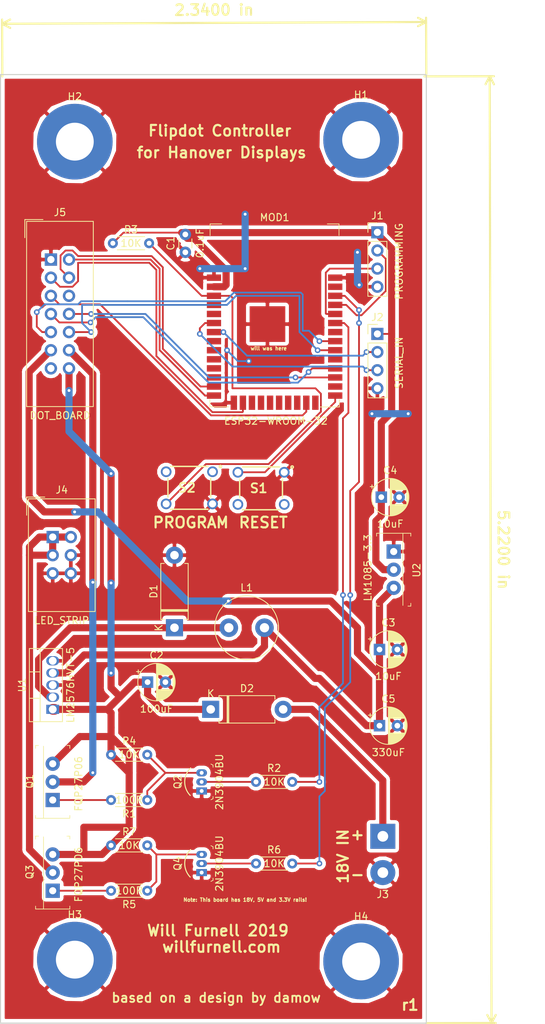
<source format=kicad_pcb>
(kicad_pcb (version 20171130) (host pcbnew "(5.0.1-3-g963ef8bb5)")
  (layers (0 F.Cu signal) (31 B.Cu signal) (34 B.Paste user) (35 F.Paste user) (36 B.SilkS user) (37 F.SilkS user) (38 B.Mask user) (39 F.Mask user) (44 Edge.Cuts user))
  (net 0 "")
  (net 1 GND)
  (net 2 +3V3)
  (net 3 +24V)
  (net 4 +5V)
  (net 5 "Net-(D1-Pad1)")
  (net 6 TX_PROG)
  (net 7 RX_PROG)
  (net 8 RX_INT)
  (net 9 TX_INT)
  (net 10 LED_OUT)
  (net 11 ENABLE_1)
  (net 12 ENABLE_2)
  (net 13 ENABLE_3)
  (net 14 ENABLE_4)
  (net 15 "Net-(J5-Pad6)")
  (net 16 COL_ADVANCE)
  (net 17 RESET)
  (net 18 SET_UNSET)
  (net 19 ROW_ADVANCE)
  (net 20 COIL_DRIVE_OUT)
  (net 21 "Net-(J5-Pad13)")
  (net 22 "Net-(MOD1-Pad17)")
  (net 23 "Net-(MOD1-Pad18)")
  (net 24 "Net-(MOD1-Pad19)")
  (net 25 "Net-(MOD1-Pad20)")
  (net 26 "Net-(MOD1-Pad21)")
  (net 27 "Net-(MOD1-Pad22)")
  (net 28 "Net-(MOD1-Pad24)")
  (net 29 "Net-(MOD1-Pad3)")
  (net 30 "Net-(MOD1-Pad4)")
  (net 31 "Net-(MOD1-Pad5)")
  (net 32 "Net-(MOD1-Pad8)")
  (net 33 "Net-(MOD1-Pad9)")
  (net 34 "Net-(MOD1-Pad10)")
  (net 35 "Net-(MOD1-Pad11)")
  (net 36 "Net-(MOD1-Pad12)")
  (net 37 "Net-(MOD1-Pad37)")
  (net 38 LED_IN)
  (net 39 COIL_DRIVE_IN)
  (net 40 "Net-(MOD1-Pad32)")
  (net 41 "Net-(MOD1-Pad29)")
  (net 42 "Net-(MOD1-Pad26)")
  (net 43 "Net-(MOD1-Pad25)")
  (net 44 "Net-(Q1-Pad1)")
  (net 45 "Net-(Q2-Pad2)")
  (net 46 "Net-(Q2-Pad3)")
  (net 47 "Net-(Q3-Pad1)")
  (net 48 "Net-(Q4-Pad3)")
  (net 49 "Net-(Q4-Pad2)")
  (net 50 "Net-(S1-Pad2)")
  (net 51 "Net-(S1-Pad4)")
  (net 52 "Net-(S2-Pad3)")
  (net 53 "Net-(S2-Pad1)")
  (net 54 "Net-(D2-Pad2)")
  (module Diode_THT:D_DO-15_P10.16mm_Horizontal (layer F.Cu) (at 118.67 133.35)
    (fp_text reference D2 (at 5.08 -2.92) (layer F.SilkS))
    (fp_text value D_Schottky)
    (fp_text user K (at 0 -2.2) (layer F.SilkS))
    (pad 1 thru_hole rect (at 0 0) (size 2.4 2.4) (drill 1.2) (layers *.Cu *.Mask) (net 3 +24V))
    (pad 2 thru_hole oval (at 10.16 0) (size 2.4 2.4) (drill 1.2) (layers *.Cu *.Mask) (net 54 "Net-(D2-Pad2)"))
  )
  (module MountingHole:MountingHole_5.3mm_M5_Pad (layer F.Cu) (at 139.752 53.594)
    (fp_text reference H1 (at 0 -6.3) (layer F.SilkS))
    (fp_text value MountingHole_Pad)
    (pad 1 thru_hole circle (at 0 0) (size 10.6 10.6) (drill 5.3) (layers *.Cu *.Mask) (net 1 GND))
  )
  (module MountingHole:MountingHole_5.3mm_M5_Pad (layer F.Cu) (at 99.62 53.848)
    (fp_text reference H2 (at 0 -6.3) (layer F.SilkS))
    (fp_text value MountingHole_Pad)
    (pad 1 thru_hole circle (at 0 0) (size 10.6 10.6) (drill 5.3) (layers *.Cu *.Mask) (net 1 GND))
  )
  (module MountingHole:MountingHole_5.3mm_M5_Pad (layer F.Cu) (at 139.752 168.656)
    (fp_text reference H4 (at 0 -6.3) (layer F.SilkS))
    (fp_text value MountingHole_Pad)
    (pad 1 thru_hole circle (at 0 0) (size 10.6 10.6) (drill 5.3) (layers *.Cu *.Mask) (net 1 GND))
  )
  (module MountingHole:MountingHole_5.3mm_M5_Pad (layer F.Cu) (at 99.62 168.402)
    (fp_text reference H3 (at 0 -6.3) (layer F.SilkS))
    (fp_text value MountingHole_Pad)
    (pad 1 thru_hole circle (at 0 0) (size 10.6 10.6) (drill 5.3) (layers *.Cu *.Mask) (net 1 GND))
  )
  (module Inductor_THT:L_Radial_D8.7mm_P5.00mm_Fastron_07HCP (layer F.Cu) (at 121.21 121.92)
    (fp_text reference L1 (at 2.5 -5.6) (layer F.SilkS))
    (fp_text value 220uH)
    (pad 1 thru_hole circle (at 0 0) (size 2.6 2.6) (drill 1.3) (layers *.Cu *.Mask) (net 5 "Net-(D1-Pad1)"))
    (pad 2 thru_hole circle (at 5 0) (size 2.6 2.6) (drill 1.3) (layers *.Cu *.Mask) (net 4 +5V))
  )
  (module Connector_IDC:IDC-Header_2x07_P2.54mm_Vertical (layer F.Cu) (at 96.266 70.358)
    (fp_text reference J5 (at 1.27 -6.604) (layer F.SilkS))
    (fp_text value DOT_BOARD (at 1.27 21.844) (layer F.SilkS))
    (pad 1 thru_hole rect (at 0 0) (size 1.7272 1.7272) (drill 1.016) (layers *.Cu *.Mask) (net 1 GND))
    (pad 2 thru_hole oval (at 2.54 0) (size 1.7272 1.7272) (drill 1.016) (layers *.Cu *.Mask) (net 11 ENABLE_1))
    (pad 3 thru_hole oval (at 0 2.54) (size 1.7272 1.7272) (drill 1.016) (layers *.Cu *.Mask) (net 12 ENABLE_2))
    (pad 4 thru_hole oval (at 2.54 2.54) (size 1.7272 1.7272) (drill 1.016) (layers *.Cu *.Mask) (net 13 ENABLE_3))
    (pad 5 thru_hole oval (at 0 5.08) (size 1.7272 1.7272) (drill 1.016) (layers *.Cu *.Mask) (net 14 ENABLE_4))
    (pad 6 thru_hole oval (at 2.54 5.08) (size 1.7272 1.7272) (drill 1.016) (layers *.Cu *.Mask) (net 15 "Net-(J5-Pad6)"))
    (pad 7 thru_hole oval (at 0 7.62) (size 1.7272 1.7272) (drill 1.016) (layers *.Cu *.Mask) (net 16 COL_ADVANCE))
    (pad 8 thru_hole oval (at 2.54 7.62) (size 1.7272 1.7272) (drill 1.016) (layers *.Cu *.Mask) (net 17 RESET))
    (pad 9 thru_hole oval (at 0 10.16) (size 1.7272 1.7272) (drill 1.016) (layers *.Cu *.Mask) (net 18 SET_UNSET))
    (pad 10 thru_hole oval (at 2.54 10.16) (size 1.7272 1.7272) (drill 1.016) (layers *.Cu *.Mask) (net 19 ROW_ADVANCE))
    (pad 11 thru_hole oval (at 0 12.7) (size 1.7272 1.7272) (drill 1.016) (layers *.Cu *.Mask) (net 4 +5V))
    (pad 12 thru_hole oval (at 2.54 12.7) (size 1.7272 1.7272) (drill 1.016) (layers *.Cu *.Mask) (net 20 COIL_DRIVE_OUT))
    (pad 13 thru_hole oval (at 0 15.24) (size 1.7272 1.7272) (drill 1.016) (layers *.Cu *.Mask) (net 21 "Net-(J5-Pad13)"))
    (pad 14 thru_hole oval (at 2.54 15.24) (size 1.7272 1.7272) (drill 1.016) (layers *.Cu *.Mask) (net 3 +24V))
  )
  (module Connector_PinHeader_2.54mm:PinHeader_1x04_P2.54mm_Vertical (layer F.Cu) (at 142.038 80.772)
    (fp_text reference J2 (at 0 -2.33) (layer F.SilkS))
    (fp_text value SERIAL_IN (at 3.048 4.064 90) (layer F.SilkS))
    (pad 4 thru_hole oval (at 0 7.62) (size 1.7 1.7) (drill 1) (layers *.Cu *.Mask) (net 1 GND))
    (pad 3 thru_hole oval (at 0 5.08) (size 1.7 1.7) (drill 1) (layers *.Cu *.Mask) (net 8 RX_INT))
    (pad 2 thru_hole oval (at 0 2.54) (size 1.7 1.7) (drill 1) (layers *.Cu *.Mask) (net 9 TX_INT))
    (pad 1 thru_hole rect (at 0 0) (size 1.7 1.7) (drill 1) (layers *.Cu *.Mask) (net 2 +3V3))
  )
  (module digikey-footprints:ESP32-WROOM-32D (layer F.Cu) (at 127.626 81.153)
    (fp_text reference MOD1 (at 0.01 -16.69) (layer F.SilkS))
    (fp_text value ESP32-WROOM-32 (at 0.188 11.811) (layer F.SilkS))
    (pad 1 smd rect (at -8.5 -8.255) (size 2 0.9) (layers F.Cu F.Paste F.Mask) (net 1 GND))
    (pad 15 smd rect (at -5.715 9.255 90) (size 2 0.9) (layers F.Cu F.Paste F.Mask) (net 1 GND))
    (pad 16 smd rect (at -4.445 9.255 90) (size 2 0.9) (layers F.Cu F.Paste F.Mask) (net 12 ENABLE_2))
    (pad 17 smd rect (at -3.175 9.255 90) (size 2 0.9) (layers F.Cu F.Paste F.Mask) (net 22 "Net-(MOD1-Pad17)"))
    (pad 18 smd rect (at -1.905 9.255 90) (size 2 0.9) (layers F.Cu F.Paste F.Mask) (net 23 "Net-(MOD1-Pad18)"))
    (pad 19 smd rect (at -0.635 9.255 90) (size 2 0.9) (layers F.Cu F.Paste F.Mask) (net 24 "Net-(MOD1-Pad19)"))
    (pad 20 smd rect (at 0.635 9.255 90) (size 2 0.9) (layers F.Cu F.Paste F.Mask) (net 25 "Net-(MOD1-Pad20)"))
    (pad 21 smd rect (at 1.905 9.255 90) (size 2 0.9) (layers F.Cu F.Paste F.Mask) (net 26 "Net-(MOD1-Pad21)"))
    (pad 22 smd rect (at 3.175 9.255 90) (size 2 0.9) (layers F.Cu F.Paste F.Mask) (net 27 "Net-(MOD1-Pad22)"))
    (pad 23 smd rect (at 4.445 9.255 90) (size 2 0.9) (layers F.Cu F.Paste F.Mask) (net 14 ENABLE_4))
    (pad 24 smd rect (at 5.715 9.255 90) (size 2 0.9) (layers F.Cu F.Paste F.Mask) (net 28 "Net-(MOD1-Pad24)"))
    (pad 2 smd rect (at -8.5 -6.985) (size 2 0.9) (layers F.Cu F.Paste F.Mask) (net 2 +3V3))
    (pad 3 smd rect (at -8.5 -5.715) (size 2 0.9) (layers F.Cu F.Paste F.Mask) (net 29 "Net-(MOD1-Pad3)"))
    (pad 4 smd rect (at -8.5 -4.445) (size 2 0.9) (layers F.Cu F.Paste F.Mask) (net 30 "Net-(MOD1-Pad4)"))
    (pad 5 smd rect (at -8.5 -3.175) (size 2 0.9) (layers F.Cu F.Paste F.Mask) (net 31 "Net-(MOD1-Pad5)"))
    (pad 6 smd rect (at -8.5 -1.905) (size 2 0.9) (layers F.Cu F.Paste F.Mask) (net 8 RX_INT))
    (pad 7 smd rect (at -8.5 -0.635) (size 2 0.9) (layers F.Cu F.Paste F.Mask) (net 9 TX_INT))
    (pad 8 smd rect (at -8.5 0.635) (size 2 0.9) (layers F.Cu F.Paste F.Mask) (net 32 "Net-(MOD1-Pad8)"))
    (pad 9 smd rect (at -8.5 1.905) (size 2 0.9) (layers F.Cu F.Paste F.Mask) (net 33 "Net-(MOD1-Pad9)"))
    (pad 10 smd rect (at -8.5 3.175) (size 2 0.9) (layers F.Cu F.Paste F.Mask) (net 34 "Net-(MOD1-Pad10)"))
    (pad 11 smd rect (at -8.5 4.445) (size 2 0.9) (layers F.Cu F.Paste F.Mask) (net 35 "Net-(MOD1-Pad11)"))
    (pad 12 smd rect (at -8.5 5.715) (size 2 0.9) (layers F.Cu F.Paste F.Mask) (net 36 "Net-(MOD1-Pad12)"))
    (pad 13 smd rect (at -8.5 6.985) (size 2 0.9) (layers F.Cu F.Paste F.Mask) (net 13 ENABLE_3))
    (pad 14 smd rect (at -8.5 8.255) (size 2 0.9) (layers F.Cu F.Paste F.Mask) (net 11 ENABLE_1))
    (pad 38 smd rect (at 8.5 -8.255) (size 2 0.9) (layers F.Cu F.Paste F.Mask) (net 1 GND))
    (pad 37 smd rect (at 8.5 -6.985) (size 2 0.9) (layers F.Cu F.Paste F.Mask) (net 37 "Net-(MOD1-Pad37)"))
    (pad 36 smd rect (at 8.5 -5.715) (size 2 0.9) (layers F.Cu F.Paste F.Mask) (net 38 LED_IN))
    (pad 35 smd rect (at 8.5 -4.445) (size 2 0.9) (layers F.Cu F.Paste F.Mask) (net 6 TX_PROG))
    (pad 34 smd rect (at 8.5 -3.175) (size 2 0.9) (layers F.Cu F.Paste F.Mask) (net 7 RX_PROG))
    (pad 33 smd rect (at 8.5 -1.905) (size 2 0.9) (layers F.Cu F.Paste F.Mask) (net 39 COIL_DRIVE_IN))
    (pad 32 smd rect (at 8.5 -0.635) (size 2 0.9) (layers F.Cu F.Paste F.Mask) (net 40 "Net-(MOD1-Pad32)"))
    (pad 31 smd rect (at 8.5 0.635) (size 2 0.9) (layers F.Cu F.Paste F.Mask) (net 18 SET_UNSET))
    (pad 30 smd rect (at 8.5 1.905) (size 2 0.9) (layers F.Cu F.Paste F.Mask) (net 19 ROW_ADVANCE))
    (pad 29 smd rect (at 8.5 3.175) (size 2 0.9) (layers F.Cu F.Paste F.Mask) (net 41 "Net-(MOD1-Pad29)"))
    (pad 28 smd rect (at 8.5 4.445) (size 2 0.9) (layers F.Cu F.Paste F.Mask) (net 16 COL_ADVANCE))
    (pad 27 smd rect (at 8.5 5.715) (size 2 0.9) (layers F.Cu F.Paste F.Mask) (net 17 RESET))
    (pad 26 smd rect (at 8.5 6.985) (size 2 0.9) (layers F.Cu F.Paste F.Mask) (net 42 "Net-(MOD1-Pad26)"))
    (pad 25 smd rect (at 8.5 8.255) (size 2 0.9) (layers F.Cu F.Paste F.Mask) (net 43 "Net-(MOD1-Pad25)"))
    (pad 39 smd rect (at -1 -1.755) (size 5 5) (layers F.Cu F.Paste F.Mask) (net 1 GND))
  )
  (module Capacitor_THT:CP_Radial_D5.0mm_P2.50mm (layer F.Cu) (at 142.332 135.636)
    (fp_text reference C5 (at 1.25 -3.75) (layer F.SilkS))
    (fp_text value 330uF (at 1.25 3.75) (layer F.SilkS))
    (pad 2 thru_hole circle (at 2.5 0) (size 1.6 1.6) (drill 0.8) (layers *.Cu *.Mask) (net 1 GND))
    (pad 1 thru_hole rect (at 0 0) (size 1.6 1.6) (drill 0.8) (layers *.Cu *.Mask) (net 4 +5V))
  )
  (module Capacitor_THT:CP_Radial_D5.0mm_P2.50mm (layer F.Cu) (at 142.586 103.632)
    (fp_text reference C4 (at 1.25 -3.75) (layer F.SilkS))
    (fp_text value 10uF (at 1.25 3.75) (layer F.SilkS))
    (pad 1 thru_hole rect (at 0 0) (size 1.6 1.6) (drill 0.8) (layers *.Cu *.Mask) (net 2 +3V3))
    (pad 2 thru_hole circle (at 2.5 0) (size 1.6 1.6) (drill 0.8) (layers *.Cu *.Mask) (net 1 GND))
  )
  (module Capacitor_THT:CP_Radial_D5.0mm_P2.50mm (layer F.Cu) (at 142.332 124.968)
    (fp_text reference C3 (at 1.25 -3.75) (layer F.SilkS))
    (fp_text value 10uF (at 1.25 3.75) (layer F.SilkS))
    (pad 2 thru_hole circle (at 2.5 0) (size 1.6 1.6) (drill 0.8) (layers *.Cu *.Mask) (net 1 GND))
    (pad 1 thru_hole rect (at 0 0) (size 1.6 1.6) (drill 0.8) (layers *.Cu *.Mask) (net 4 +5V))
  )
  (module Capacitor_THT:CP_Radial_D5.0mm_P2.50mm (layer F.Cu) (at 109.82 129.54)
    (fp_text reference C2 (at 1.25 -3.75) (layer F.SilkS))
    (fp_text value 100uF (at 1.25 3.75) (layer F.SilkS))
    (pad 1 thru_hole rect (at 0 0) (size 1.6 1.6) (drill 0.8) (layers *.Cu *.Mask) (net 3 +24V))
    (pad 2 thru_hole circle (at 2.5 0) (size 1.6 1.6) (drill 0.8) (layers *.Cu *.Mask) (net 1 GND))
  )
  (module Capacitor_THT:C_Disc_D3.0mm_W1.6mm_P2.50mm (layer F.Cu) (at 115.114 69.342 90)
    (fp_text reference C1 (at 1.25 -2.05 90) (layer F.SilkS))
    (fp_text value 0.1uF (at 1.25 2.05 90) (layer F.SilkS))
    (pad 1 thru_hole circle (at 0 0 90) (size 1.6 1.6) (drill 0.8) (layers *.Cu *.Mask) (net 1 GND))
    (pad 2 thru_hole circle (at 2.5 0 90) (size 1.6 1.6) (drill 0.8) (layers *.Cu *.Mask) (net 2 +3V3))
  )
  (module Diode_THT:D_DO-15_P10.16mm_Horizontal (layer F.Cu) (at 113.59 121.92 90)
    (fp_text reference D1 (at 5.08 -2.92 90) (layer F.SilkS))
    (fp_text value D_Schottky)
    (fp_text user K (at 0 -2.2 90) (layer F.SilkS))
    (pad 1 thru_hole rect (at 0 0 90) (size 2.4 2.4) (drill 1.2) (layers *.Cu *.Mask) (net 5 "Net-(D1-Pad1)"))
    (pad 2 thru_hole oval (at 10.16 0 90) (size 2.4 2.4) (drill 1.2) (layers *.Cu *.Mask) (net 1 GND))
  )
  (module Connector_PinHeader_2.54mm:PinHeader_1x04_P2.54mm_Vertical (layer F.Cu) (at 142.038 66.548)
    (fp_text reference J1 (at 0 -2.33) (layer F.SilkS))
    (fp_text value PROGRAMMING (at 3.048 4.064 90) (layer F.SilkS))
    (pad 1 thru_hole rect (at 0 0) (size 1.7 1.7) (drill 1) (layers *.Cu *.Mask) (net 2 +3V3))
    (pad 2 thru_hole oval (at 0 2.54) (size 1.7 1.7) (drill 1) (layers *.Cu *.Mask) (net 6 TX_PROG))
    (pad 3 thru_hole oval (at 0 5.08) (size 1.7 1.7) (drill 1) (layers *.Cu *.Mask) (net 7 RX_PROG))
    (pad 4 thru_hole oval (at 0 7.62) (size 1.7 1.7) (drill 1) (layers *.Cu *.Mask) (net 1 GND))
  )
  (module Connector_Wire:SolderWirePad_1x02_P5.08mm_Drill1.5mm (layer F.Cu) (at 142.8 151.13 270)
    (fp_text reference J3 (at 8.128 0) (layer F.SilkS))
    (fp_text value 18V_POWER_IN)
    (pad 1 thru_hole rect (at 0 0 270) (size 3.50012 3.50012) (drill 1.50114) (layers *.Cu *.Mask) (net 54 "Net-(D2-Pad2)"))
    (pad 2 thru_hole circle (at 5.08 0 270) (size 3.50012 3.50012) (drill 1.50114) (layers *.Cu *.Mask) (net 1 GND))
  )
  (module Connector_IDC:IDC-Header_2x03_P2.54mm_Vertical (layer F.Cu) (at 96.52 109.22)
    (fp_text reference J4 (at 1.27 -6.604) (layer F.SilkS))
    (fp_text value LED_STRIP (at 1.27 11.684) (layer F.SilkS))
    (pad 1 thru_hole rect (at 0 0) (size 1.7272 1.7272) (drill 1.016) (layers *.Cu *.Mask) (net 10 LED_OUT))
    (pad 2 thru_hole oval (at 2.54 0) (size 1.7272 1.7272) (drill 1.016) (layers *.Cu *.Mask) (net 10 LED_OUT))
    (pad 3 thru_hole oval (at 0 2.54) (size 1.7272 1.7272) (drill 1.016) (layers *.Cu *.Mask) (net 10 LED_OUT))
    (pad 4 thru_hole oval (at 2.54 2.54) (size 1.7272 1.7272) (drill 1.016) (layers *.Cu *.Mask) (net 1 GND))
    (pad 5 thru_hole oval (at 0 5.08) (size 1.7272 1.7272) (drill 1.016) (layers *.Cu *.Mask) (net 1 GND))
    (pad 6 thru_hole oval (at 2.54 5.08) (size 1.7272 1.7272) (drill 1.016) (layers *.Cu *.Mask) (net 1 GND))
  )
  (module digikey-footprints:TO-220-3 (layer F.Cu) (at 96.52 146.05 90)
    (fp_text reference Q1 (at 2.62 -3.22 90) (layer F.SilkS))
    (fp_text value FQP27P06 (at 2.27 3.63 90) (layer F.SilkS))
    (pad 3 thru_hole circle (at 5.08 0 90) (size 2 2) (drill 1) (layers *.Cu *.Mask) (net 3 +24V))
    (pad 2 thru_hole circle (at 2.54 0 90) (size 2 2) (drill 1) (layers *.Cu *.Mask) (net 20 COIL_DRIVE_OUT))
    (pad 1 thru_hole rect (at 0 0 90) (size 2 2) (drill 1) (layers *.Cu *.Mask) (net 44 "Net-(Q1-Pad1)"))
  )
  (module digikey-footprints:TO-92-3 (layer F.Cu) (at 117.4 144.78 90)
    (fp_text reference Q2 (at 1.27 -3.35 90) (layer F.SilkS))
    (fp_text value 2N3904BU (at 1.27 2.5 90) (layer F.SilkS))
    (pad 2 thru_hole oval (at 1.27 0 270) (size 1 1.5) (drill 0.55) (layers *.Cu *.Mask) (net 45 "Net-(Q2-Pad2)"))
    (pad 3 thru_hole oval (at 2.54 0 270) (size 1 1.5) (drill 0.55) (layers *.Cu *.Mask) (net 46 "Net-(Q2-Pad3)"))
    (pad 1 thru_hole rect (at 0 0 270) (size 1 1.5) (drill 0.55) (layers *.Cu *.Mask) (net 1 GND))
  )
  (module digikey-footprints:TO-220-3 (layer F.Cu) (at 96.52 158.75 90)
    (fp_text reference Q3 (at 2.62 -3.22 90) (layer F.SilkS))
    (fp_text value FQP27P06 (at 2.27 3.63 90) (layer F.SilkS))
    (pad 1 thru_hole rect (at 0 0 90) (size 2 2) (drill 1) (layers *.Cu *.Mask) (net 47 "Net-(Q3-Pad1)"))
    (pad 2 thru_hole circle (at 2.54 0 90) (size 2 2) (drill 1) (layers *.Cu *.Mask) (net 10 LED_OUT))
    (pad 3 thru_hole circle (at 5.08 0 90) (size 2 2) (drill 1) (layers *.Cu *.Mask) (net 3 +24V))
  )
  (module digikey-footprints:TO-92-3 (layer F.Cu) (at 117.4 156.21 90)
    (fp_text reference Q4 (at 1.27 -3.35 90) (layer F.SilkS))
    (fp_text value 2N3904BU (at 1.27 2.5 90) (layer F.SilkS))
    (pad 1 thru_hole rect (at 0 0 270) (size 1 1.5) (drill 0.55) (layers *.Cu *.Mask) (net 1 GND))
    (pad 3 thru_hole oval (at 2.54 0 270) (size 1 1.5) (drill 0.55) (layers *.Cu *.Mask) (net 48 "Net-(Q4-Pad3)"))
    (pad 2 thru_hole oval (at 1.27 0 270) (size 1 1.5) (drill 0.55) (layers *.Cu *.Mask) (net 49 "Net-(Q4-Pad2)"))
  )
  (module Resistor_THT:R_Axial_DIN0204_L3.6mm_D1.6mm_P5.08mm_Horizontal (layer F.Cu) (at 109.78 146.05 180)
    (fp_text reference R1 (at 2.54 -1.92 180) (layer F.SilkS))
    (fp_text value 100R (at 2.54 0 180) (layer F.SilkS))
    (pad 1 thru_hole circle (at 0 0 180) (size 1.4 1.4) (drill 0.7) (layers *.Cu *.Mask) (net 46 "Net-(Q2-Pad3)"))
    (pad 2 thru_hole oval (at 5.08 0 180) (size 1.4 1.4) (drill 0.7) (layers *.Cu *.Mask) (net 44 "Net-(Q1-Pad1)"))
  )
  (module Resistor_THT:R_Axial_DIN0204_L3.6mm_D1.6mm_P5.08mm_Horizontal (layer F.Cu) (at 125.02 143.51)
    (fp_text reference R2 (at 2.54 -1.92) (layer F.SilkS))
    (fp_text value 10K (at 2.54 0) (layer F.SilkS))
    (pad 2 thru_hole oval (at 5.08 0) (size 1.4 1.4) (drill 0.7) (layers *.Cu *.Mask) (net 39 COIL_DRIVE_IN))
    (pad 1 thru_hole circle (at 0 0) (size 1.4 1.4) (drill 0.7) (layers *.Cu *.Mask) (net 45 "Net-(Q2-Pad2)"))
  )
  (module Resistor_THT:R_Axial_DIN0204_L3.6mm_D1.6mm_P5.08mm_Horizontal (layer F.Cu) (at 104.954 68.072)
    (fp_text reference R3 (at 2.54 -1.92) (layer F.SilkS))
    (fp_text value 10K (at 2.54 0) (layer F.SilkS))
    (pad 1 thru_hole circle (at 0 0) (size 1.4 1.4) (drill 0.7) (layers *.Cu *.Mask) (net 2 +3V3))
    (pad 2 thru_hole oval (at 5.08 0) (size 1.4 1.4) (drill 0.7) (layers *.Cu *.Mask) (net 29 "Net-(MOD1-Pad3)"))
  )
  (module Resistor_THT:R_Axial_DIN0204_L3.6mm_D1.6mm_P5.08mm_Horizontal (layer F.Cu) (at 104.7 139.7)
    (fp_text reference R4 (at 2.54 -1.92) (layer F.SilkS))
    (fp_text value 10K (at 2.54 0) (layer F.SilkS))
    (pad 2 thru_hole oval (at 5.08 0) (size 1.4 1.4) (drill 0.7) (layers *.Cu *.Mask) (net 46 "Net-(Q2-Pad3)"))
    (pad 1 thru_hole circle (at 0 0) (size 1.4 1.4) (drill 0.7) (layers *.Cu *.Mask) (net 3 +24V))
  )
  (module Resistor_THT:R_Axial_DIN0204_L3.6mm_D1.6mm_P5.08mm_Horizontal (layer F.Cu) (at 109.78 158.75 180)
    (fp_text reference R5 (at 2.54 -1.92 180) (layer F.SilkS))
    (fp_text value 100R (at 2.54 0 180) (layer F.SilkS))
    (pad 2 thru_hole oval (at 5.08 0 180) (size 1.4 1.4) (drill 0.7) (layers *.Cu *.Mask) (net 47 "Net-(Q3-Pad1)"))
    (pad 1 thru_hole circle (at 0 0 180) (size 1.4 1.4) (drill 0.7) (layers *.Cu *.Mask) (net 48 "Net-(Q4-Pad3)"))
  )
  (module Resistor_THT:R_Axial_DIN0204_L3.6mm_D1.6mm_P5.08mm_Horizontal (layer F.Cu) (at 125.02 154.94)
    (fp_text reference R6 (at 2.54 -1.92) (layer F.SilkS))
    (fp_text value 10K (at 2.54 0) (layer F.SilkS))
    (pad 1 thru_hole circle (at 0 0) (size 1.4 1.4) (drill 0.7) (layers *.Cu *.Mask) (net 49 "Net-(Q4-Pad2)"))
    (pad 2 thru_hole oval (at 5.08 0) (size 1.4 1.4) (drill 0.7) (layers *.Cu *.Mask) (net 38 LED_IN))
  )
  (module Resistor_THT:R_Axial_DIN0204_L3.6mm_D1.6mm_P5.08mm_Horizontal (layer F.Cu) (at 104.7 152.4)
    (fp_text reference R7 (at 2.54 -1.92) (layer F.SilkS))
    (fp_text value 10K (at 2.54 0) (layer F.SilkS))
    (pad 1 thru_hole circle (at 0 0) (size 1.4 1.4) (drill 0.7) (layers *.Cu *.Mask) (net 3 +24V))
    (pad 2 thru_hole oval (at 5.08 0) (size 1.4 1.4) (drill 0.7) (layers *.Cu *.Mask) (net 48 "Net-(Q4-Pad3)"))
  )
  (module pushbutton:1825910-6 (layer F.Cu) (at 125.73 102.398)
    (fp_text reference S1 (at -0.33343 -0.01038) (layer F.SilkS) (effects (font (size 1.27 1.27) (thickness 0.254))))
    (fp_text value PROGRAM hide)
    (pad 1 thru_hole circle (at 3.25 -2.25) (size 1.5 1.5) (drill 1) (layers *.Cu *.Mask) (net 1 GND))
    (pad 2 thru_hole circle (at 3.25 2.25) (size 1.5 1.5) (drill 1) (layers *.Cu *.Mask) (net 50 "Net-(S1-Pad2)"))
    (pad 3 thru_hole circle (at -3.25 -2.25) (size 1.5 1.5) (drill 1) (layers *.Cu *.Mask) (net 43 "Net-(MOD1-Pad25)"))
    (pad 4 thru_hole circle (at -3.25 2.25) (size 1.5 1.5) (drill 1) (layers *.Cu *.Mask) (net 51 "Net-(S1-Pad4)"))
  )
  (module pushbutton:1825910-6 (layer F.Cu) (at 115.674 102.326)
    (fp_text reference S2 (at -0.33343 -0.01038) (layer F.SilkS) (effects (font (size 1.27 1.27) (thickness 0.254))))
    (fp_text value RESET hide)
    (pad 4 thru_hole circle (at -3.25 2.25) (size 1.5 1.5) (drill 1) (layers *.Cu *.Mask) (net 29 "Net-(MOD1-Pad3)"))
    (pad 3 thru_hole circle (at -3.25 -2.25) (size 1.5 1.5) (drill 1) (layers *.Cu *.Mask) (net 52 "Net-(S2-Pad3)"))
    (pad 2 thru_hole circle (at 3.25 2.25) (size 1.5 1.5) (drill 1) (layers *.Cu *.Mask) (net 1 GND))
    (pad 1 thru_hole circle (at 3.25 -2.25) (size 1.5 1.5) (drill 1) (layers *.Cu *.Mask) (net 53 "Net-(S2-Pad1)"))
  )
  (module Package_TO_SOT_THT:TO-220-5_Vertical (layer F.Cu) (at 96.52 133.35 90)
    (fp_text reference U1 (at 3.4 -4.27 90) (layer F.SilkS))
    (fp_text value LM2576HVT-5 (at 3.4 2.5 90) (layer F.SilkS))
    (pad 1 thru_hole rect (at 0 0 90) (size 1.275 1.8) (drill 1.1) (layers *.Cu *.Mask) (net 3 +24V))
    (pad 2 thru_hole oval (at 1.7 0 90) (size 1.275 1.8) (drill 1.1) (layers *.Cu *.Mask) (net 5 "Net-(D1-Pad1)"))
    (pad 3 thru_hole oval (at 3.4 0 90) (size 1.275 1.8) (drill 1.1) (layers *.Cu *.Mask) (net 1 GND))
    (pad 4 thru_hole oval (at 5.1 0 90) (size 1.275 1.8) (drill 1.1) (layers *.Cu *.Mask) (net 4 +5V))
    (pad 5 thru_hole oval (at 6.8 0 90) (size 1.275 1.8) (drill 1.1) (layers *.Cu *.Mask) (net 1 GND))
  )
  (module digikey-footprints:TO-220-3 (layer F.Cu) (at 144.324 111.252 270)
    (fp_text reference U2 (at 2.62 -3.22 270) (layer F.SilkS))
    (fp_text value LM1085-3.3 (at 2.27 3.63 270) (layer F.SilkS))
    (pad 1 thru_hole rect (at 0 0 270) (size 2 2) (drill 1) (layers *.Cu *.Mask) (net 1 GND))
    (pad 2 thru_hole circle (at 2.54 0 270) (size 2 2) (drill 1) (layers *.Cu *.Mask) (net 2 +3V3))
    (pad 3 thru_hole circle (at 5.08 0 270) (size 2 2) (drill 1) (layers *.Cu *.Mask) (net 4 +5V))
  )
  (dimension 132.588243 (width 0.3) (layer F.SilkS) (gr_text "132.588 mm" (at 160.012962 110.97646 270.1097619) (layer F.SilkS) (effects (font (size 1.5 1.5) (thickness 0.3)))) (feature1 (pts (xy 148.896 177.292) (xy 158.626386 177.273359))) (feature2 (pts (xy 148.642 44.704) (xy 158.372386 44.685359))) (crossbar (pts (xy 157.785966 44.686483) (xy 158.039966 177.274483))) (arrow1a (pts (xy 158.039966 177.274483) (xy 157.451388 176.149105))) (arrow1b (pts (xy 158.039966 177.274483) (xy 158.624228 176.146858))) (arrow2a (pts (xy 157.785966 44.686483) (xy 157.201704 45.814108))) (arrow2b (pts (xy 157.785966 44.686483) (xy 158.374544 45.811861))))
  (dimension 59.436543 (width 0.3) (layer F.SilkS) (gr_text "59.437 mm" (at 119.137557 35.113325 0.244852268) (layer F.SilkS) (effects (font (size 1.5 1.5) (thickness 0.3)))) (feature1 (pts (xy 148.896 44.45) (xy 148.862025 36.499891))) (feature2 (pts (xy 89.46 44.704) (xy 89.426025 36.753891))) (crossbar (pts (xy 89.428531 37.340306) (xy 148.864531 37.086306))) (arrow1a (pts (xy 148.864531 37.086306) (xy 147.740544 37.677535))) (arrow1b (pts (xy 148.864531 37.086306) (xy 147.735531 36.504705))) (arrow2a (pts (xy 89.428531 37.340306) (xy 90.557531 37.921907))) (arrow2b (pts (xy 89.428531 37.340306) (xy 90.552518 36.749077))))
  (gr_text "willfurnell.com\n" (at 120.194 166.624) (layer F.SilkS) (effects (font (size 1.5 1.5) (thickness 0.3))))
  (gr_text "will was here" (at 126.798 82.804) (layer F.SilkS) (effects (font (size 0.5 0.5) (thickness 0.125))))
  (gr_text "based on a design by damow" (at 119.432 173.736) (layer F.SilkS) (effects (font (size 1.3 1.3) (thickness 0.25))))
  (gr_text "for Hanover Displays" (at 120.194 55.372) (layer F.SilkS) (effects (font (size 1.5 1.5) (thickness 0.3))))
  (gr_text r1 (at 146.61 174.752) (layer F.SilkS) (effects (font (size 1.5 1.5) (thickness 0.3))))
  (gr_text "Will Furnell 2019" (at 119.686 164.338) (layer F.SilkS) (effects (font (size 1.5 1.5) (thickness 0.3))))
  (gr_text "Flipdot Controller" (at 119.94 52.324) (layer F.SilkS) (effects (font (size 1.5 1.5) (thickness 0.3))))
  (gr_text "RESET\n" (at 126.036 107.188) (layer F.SilkS) (effects (font (size 1.5 1.5) (thickness 0.3))))
  (gr_text "PROGRAM\n" (at 115.876 107.188) (layer F.SilkS) (effects (font (size 1.5 1.5) (thickness 0.3))))
  (gr_line (start 89.206 177.292) (end 89.206 44.45) (layer Edge.Cuts) (width 0.15))
  (gr_line (start 148.896 177.292) (end 89.206 177.292) (layer Edge.Cuts) (width 0.15))
  (gr_line (start 148.896 44.45) (end 148.896 177.292) (layer Edge.Cuts) (width 0.15))
  (gr_line (start 89.206 44.45) (end 148.896 44.45) (layer Edge.Cuts) (width 0.15))
  (gr_text "Note: This board has 18V, 5V and 3.3V rails!" (at 123.496 160.02) (layer F.SilkS) (effects (font (size 0.5 0.5) (thickness 0.125))))
  (gr_text "18V IN" (at 137.212 153.924 90) (layer F.SilkS) (effects (font (size 1.5 1.5) (thickness 0.3))))
  (gr_text - (at 139.244 156.464) (layer F.SilkS) (effects (font (size 1.5 1.5) (thickness 0.3))))
  (gr_text "+\n" (at 139.244 150.876) (layer F.SilkS) (effects (font (size 1.5 1.5) (thickness 0.3))))
  (via (at 120.956 83.058) (size 0.8) (drill 0.4) (layers F.Cu B.Cu) (net 1))
  (via (at 117.146 71.628) (size 0.8) (drill 0.4) (layers F.Cu B.Cu) (net 1))
  (via (at 123.496 71.628) (size 0.8) (drill 0.4) (layers F.Cu B.Cu) (net 1))
  (via (at 123.496 64.008) (size 0.8) (drill 0.4) (layers F.Cu B.Cu) (net 1))
  (via (at 141.276 91.948) (size 0.8) (drill 0.4) (layers F.Cu B.Cu) (net 1))
  (via (at 146.356 91.948) (size 0.8) (drill 0.4) (layers F.Cu B.Cu) (net 1))
  (segment (start 141.276 91.948) (end 146.356 91.948) (width 1) (layer B.Cu) (net 1))
  (segment (start 117.146 71.628) (end 123.496 71.628) (width 1) (layer B.Cu) (net 1))
  (segment (start 123.496 71.628) (end 123.496 64.008) (width 1) (layer B.Cu) (net 1))
  (via (at 124.004 84.582) (size 0.8) (drill 0.4) (layers F.Cu B.Cu) (net 1))
  (segment (start 122.48 84.582) (end 124.004 84.582) (width 0.25) (layer B.Cu) (net 1))
  (segment (start 120.956 83.058) (end 122.48 84.582) (width 0.25) (layer B.Cu) (net 1))
  (via (at 139.498 73.914) (size 0.8) (drill 0.4) (layers F.Cu B.Cu) (net 1))
  (via (at 139.244 69.342) (size 0.8) (drill 0.4) (layers F.Cu B.Cu) (net 1))
  (segment (start 139.244 73.66) (end 139.498 73.914) (width 1) (layer B.Cu) (net 1))
  (segment (start 139.244 69.342) (end 139.244 73.66) (width 1) (layer B.Cu) (net 1))
  (segment (start 120.566002 74.168) (end 119.126 74.168) (width 1) (layer F.Cu) (net 2))
  (segment (start 120.826001 73.908001) (end 120.566002 74.168) (width 1) (layer F.Cu) (net 2))
  (segment (start 120.826001 71.887999) (end 120.826001 73.908001) (width 1) (layer F.Cu) (net 2))
  (segment (start 116.326001 67.387999) (end 120.826001 71.887999) (width 1) (layer F.Cu) (net 2))
  (segment (start 115.405999 67.387999) (end 116.326001 67.387999) (width 1) (layer F.Cu) (net 2))
  (segment (start 114.606 66.588) (end 115.405999 67.387999) (width 1) (layer F.Cu) (net 2))
  (segment (start 118.934001 74.359999) (end 119.126 74.168) (width 0.25) (layer F.Cu) (net 2))
  (segment (start 106.438 66.588) (end 114.606 66.588) (width 0.25) (layer F.Cu) (net 2))
  (segment (start 104.954 68.072) (end 106.438 66.588) (width 0.25) (layer F.Cu) (net 2))
  (segment (start 142.909787 113.792) (end 141.824 112.706213) (width 1) (layer F.Cu) (net 2))
  (segment (start 144.324 113.792) (end 142.909787 113.792) (width 1) (layer F.Cu) (net 2))
  (segment (start 115.73737 66.588) (end 114.606 66.588) (width 1) (layer F.Cu) (net 2))
  (segment (start 141.832002 66.588) (end 115.73737 66.588) (width 1) (layer F.Cu) (net 2))
  (segment (start 144.03801 68.794008) (end 141.832002 66.588) (width 1) (layer F.Cu) (net 2))
  (segment (start 142.038 80.772) (end 144.03801 80.772) (width 0.25) (layer F.Cu) (net 2))
  (segment (start 144.03801 80.772) (end 144.03801 68.794008) (width 1) (layer F.Cu) (net 2))
  (segment (start 141.824 112.706213) (end 141.824 106.974) (width 1) (layer F.Cu) (net 2))
  (segment (start 142.586 106.212) (end 142.586 103.632) (width 1) (layer F.Cu) (net 2))
  (segment (start 141.824 106.974) (end 142.586 106.212) (width 1) (layer F.Cu) (net 2))
  (segment (start 142.586 93.196) (end 144.03801 91.74399) (width 1) (layer F.Cu) (net 2))
  (segment (start 144.03801 91.74399) (end 144.03801 80.772) (width 1) (layer F.Cu) (net 2))
  (segment (start 142.586 103.632) (end 142.586 93.196) (width 1) (layer F.Cu) (net 2))
  (segment (start 96.52 133.35) (end 96.7825 133.35) (width 1.5) (layer F.Cu) (net 3))
  (segment (start 104.21 133.35) (end 98.42 133.35) (width 1) (layer F.Cu) (net 3))
  (segment (start 98.42 133.35) (end 96.52 133.35) (width 1) (layer F.Cu) (net 3))
  (segment (start 109.82 129.54) (end 108.02 129.54) (width 1) (layer F.Cu) (net 3))
  (segment (start 104.21 133.35) (end 104.7 133.84) (width 1) (layer F.Cu) (net 3))
  (segment (start 103.43 153.67) (end 104.7 152.4) (width 1) (layer F.Cu) (net 3))
  (segment (start 96.52 153.67) (end 100.89 153.67) (width 1) (layer F.Cu) (net 3))
  (segment (start 100.89 153.67) (end 101.020001 153.67) (width 1) (layer F.Cu) (net 3))
  (segment (start 100.89 153.67) (end 103.43 153.67) (width 1) (layer F.Cu) (net 3))
  (segment (start 104.7 152.4) (end 107.24 149.86) (width 1) (layer F.Cu) (net 3))
  (segment (start 107.24 142.24) (end 104.7 139.7) (width 1) (layer F.Cu) (net 3))
  (segment (start 107.24 149.86) (end 107.24 142.24) (width 1) (layer F.Cu) (net 3))
  (segment (start 100.89 153.67) (end 100.89 149.86) (width 1) (layer F.Cu) (net 3))
  (segment (start 100.89 149.86) (end 107.24 149.86) (width 1) (layer F.Cu) (net 3))
  (segment (start 104.7 137.16) (end 100.33 137.16) (width 1) (layer F.Cu) (net 3))
  (segment (start 100.33 137.16) (end 96.52 140.97) (width 1) (layer F.Cu) (net 3))
  (segment (start 104.7 137.16) (end 104.7 139.7) (width 1) (layer F.Cu) (net 3))
  (segment (start 104.7 135.89) (end 104.7 137.16) (width 1) (layer F.Cu) (net 3))
  (segment (start 104.7 133.84) (end 104.7 135.89) (width 1) (layer F.Cu) (net 3))
  (segment (start 98.806 85.598) (end 98.806 88.698) (width 1) (layer F.Cu) (net 3))
  (segment (start 98.806 88.698) (end 98.806 88.698) (width 1) (layer F.Cu) (net 3))
  (via (at 98.806 88.698) (size 0.8) (drill 0.4) (layers F.Cu B.Cu) (net 3))
  (segment (start 104.7 128.27) (end 104.7 128.27) (width 1) (layer B.Cu) (net 3))
  (via (at 104.7 128.27) (size 0.8) (drill 0.4) (layers F.Cu B.Cu) (net 3))
  (segment (start 104.7 130.32) (end 105.97 131.59) (width 1) (layer F.Cu) (net 3))
  (segment (start 104.7 128.27) (end 104.7 130.32) (width 1) (layer F.Cu) (net 3))
  (segment (start 105.97 131.59) (end 104.21 133.35) (width 1) (layer F.Cu) (net 3))
  (segment (start 108.02 129.54) (end 105.97 131.59) (width 1) (layer F.Cu) (net 3))
  (segment (start 107.24 139.7) (end 104.7 137.16) (width 1) (layer F.Cu) (net 3))
  (segment (start 107.24 142.24) (end 107.24 139.7) (width 1) (layer F.Cu) (net 3))
  (via (at 104.7 100.33) (size 0.8) (drill 0.4) (layers F.Cu B.Cu) (net 3))
  (segment (start 104.7 115.65) (end 104.7 128.27) (width 1) (layer B.Cu) (net 3))
  (via (at 104.7 115.65) (size 0.8) (drill 0.4) (layers F.Cu B.Cu) (net 3))
  (segment (start 98.806 94.436) (end 104.7 100.33) (width 1) (layer B.Cu) (net 3))
  (segment (start 98.806 88.698) (end 98.806 94.436) (width 1) (layer B.Cu) (net 3))
  (segment (start 104.7 115.084315) (end 104.7 100.33) (width 1) (layer F.Cu) (net 3))
  (segment (start 104.7 115.65) (end 104.7 115.084315) (width 1) (layer F.Cu) (net 3))
  (segment (start 116.47 133.35) (end 118.67 133.35) (width 1) (layer F.Cu) (net 3))
  (segment (start 111.83 133.35) (end 116.47 133.35) (width 1) (layer F.Cu) (net 3))
  (segment (start 109.82 131.34) (end 111.83 133.35) (width 1) (layer F.Cu) (net 3))
  (segment (start 109.82 129.54) (end 109.82 131.34) (width 1) (layer F.Cu) (net 3))
  (segment (start 97.1 128.25) (end 96.52 128.25) (width 1) (layer F.Cu) (net 4))
  (segment (start 98.42 128.25) (end 96.52 128.25) (width 1) (layer F.Cu) (net 4))
  (segment (start 100.94 125.73) (end 98.42 128.25) (width 1) (layer F.Cu) (net 4))
  (segment (start 140.532 135.636) (end 142.332 135.636) (width 1) (layer F.Cu) (net 4))
  (segment (start 133.91 129.014) (end 140.532 135.636) (width 1) (layer F.Cu) (net 4))
  (segment (start 142.332 135.636) (end 142.332 133.836) (width 1) (layer F.Cu) (net 4))
  (segment (start 142.332 118.324) (end 144.324 116.332) (width 1) (layer F.Cu) (net 4))
  (segment (start 142.332 124.968) (end 142.332 118.324) (width 1) (layer F.Cu) (net 4))
  (segment (start 142.332 133.836) (end 142.332 129.54) (width 1) (layer F.Cu) (net 4))
  (segment (start 99.59 105.7) (end 99.59 105.7) (width 1) (layer F.Cu) (net 4))
  (via (at 99.59 105.7) (size 0.8) (drill 0.4) (layers F.Cu B.Cu) (net 4))
  (segment (start 99.59 105.7) (end 102.86 105.7) (width 1) (layer B.Cu) (net 4))
  (segment (start 102.86 105.7) (end 115.34 118.18) (width 1) (layer B.Cu) (net 4))
  (segment (start 115.34 118.18) (end 121.14 118.18) (width 1) (layer B.Cu) (net 4))
  (segment (start 121.14 118.18) (end 121.14 118.18) (width 1) (layer B.Cu) (net 4))
  (via (at 121.14 118.18) (size 0.8) (drill 0.4) (layers F.Cu B.Cu) (net 4))
  (segment (start 121.14 118.18) (end 135.504 118.18) (width 1) (layer F.Cu) (net 4))
  (segment (start 135.504 118.18) (end 139.244 121.92) (width 1) (layer F.Cu) (net 4))
  (segment (start 139.244 125.436) (end 142.332 128.524) (width 1) (layer F.Cu) (net 4))
  (segment (start 139.244 121.92) (end 139.244 125.436) (width 1) (layer F.Cu) (net 4))
  (segment (start 142.332 128.524) (end 142.332 124.968) (width 1) (layer F.Cu) (net 4))
  (segment (start 142.332 129.54) (end 142.332 128.524) (width 1) (layer F.Cu) (net 4))
  (segment (start 100.94 125.73) (end 125.02 125.73) (width 1) (layer F.Cu) (net 4))
  (segment (start 126.21 124.54) (end 126.21 121.92) (width 1) (layer F.Cu) (net 4))
  (segment (start 125.02 125.73) (end 126.21 124.54) (width 1) (layer F.Cu) (net 4))
  (segment (start 133.304 129.014) (end 126.21 121.92) (width 1) (layer F.Cu) (net 4))
  (segment (start 133.91 129.014) (end 133.304 129.014) (width 1) (layer F.Cu) (net 4))
  (segment (start 93.216 86.108) (end 96.266 83.058) (width 1) (layer F.Cu) (net 4))
  (segment (start 99.59 105.7) (end 95.338 105.7) (width 1) (layer F.Cu) (net 4))
  (segment (start 93.216 103.578) (end 95.338 105.7) (width 1) (layer F.Cu) (net 4))
  (segment (start 93.216 86.108) (end 93.216 103.578) (width 1) (layer F.Cu) (net 4))
  (segment (start 96.065976 131.65) (end 94.54 130.124024) (width 1) (layer F.Cu) (net 5))
  (segment (start 96.52 131.65) (end 96.065976 131.65) (width 1) (layer F.Cu) (net 5))
  (segment (start 94.54 126.375976) (end 98.995976 121.92) (width 1) (layer F.Cu) (net 5))
  (segment (start 111.39 121.92) (end 113.59 121.92) (width 1) (layer F.Cu) (net 5))
  (segment (start 98.995976 121.92) (end 111.39 121.92) (width 1) (layer F.Cu) (net 5))
  (segment (start 94.54 130.124024) (end 94.54 126.375976) (width 1) (layer F.Cu) (net 5))
  (segment (start 113.59 121.92) (end 121.21 121.92) (width 1) (layer F.Cu) (net 5))
  (segment (start 142.887999 69.937999) (end 142.038 69.088) (width 0.25) (layer F.Cu) (net 6))
  (segment (start 143.213001 70.263001) (end 142.887999 69.937999) (width 0.25) (layer F.Cu) (net 6))
  (segment (start 143.213001 74.754003) (end 143.213001 70.263001) (width 0.25) (layer F.Cu) (net 6))
  (segment (start 139.809002 78.158002) (end 143.213001 74.754003) (width 0.25) (layer F.Cu) (net 6))
  (segment (start 139.113 78.158002) (end 139.809002 78.158002) (width 0.25) (layer F.Cu) (net 6))
  (segment (start 137.662998 76.708) (end 139.113 78.158002) (width 0.25) (layer F.Cu) (net 6))
  (segment (start 136.126 76.708) (end 137.662998 76.708) (width 0.25) (layer F.Cu) (net 6))
  (segment (start 140.835919 71.628) (end 142.038 71.628) (width 0.25) (layer F.Cu) (net 7))
  (segment (start 134.800999 72.187999) (end 135.360998 71.628) (width 0.25) (layer F.Cu) (net 7))
  (segment (start 135.360998 71.628) (end 140.835919 71.628) (width 0.25) (layer F.Cu) (net 7))
  (segment (start 134.800999 77.902999) (end 134.800999 72.187999) (width 0.25) (layer F.Cu) (net 7))
  (segment (start 134.876 77.978) (end 134.800999 77.902999) (width 0.25) (layer F.Cu) (net 7))
  (segment (start 136.126 77.978) (end 134.876 77.978) (width 0.25) (layer F.Cu) (net 7))
  (segment (start 142.038 85.852) (end 140.514 85.852) (width 0.25) (layer F.Cu) (net 8))
  (segment (start 140.514 85.852) (end 140.514 85.852) (width 0.25) (layer F.Cu) (net 8))
  (via (at 140.514 85.852) (size 0.8) (drill 0.4) (layers F.Cu B.Cu) (net 8))
  (segment (start 140.006 85.344) (end 124.63759 85.344) (width 0.25) (layer B.Cu) (net 8))
  (segment (start 140.514 85.852) (end 140.006 85.344) (width 0.25) (layer B.Cu) (net 8))
  (segment (start 124.63759 85.344) (end 124.200998 85.344) (width 0.25) (layer B.Cu) (net 8))
  (segment (start 124.200998 85.344) (end 121.718 85.344) (width 0.25) (layer B.Cu) (net 8))
  (segment (start 121.718 85.344) (end 117.146 80.772) (width 0.25) (layer B.Cu) (net 8))
  (segment (start 117.146 80.772) (end 117.146 80.772) (width 0.25) (layer B.Cu) (net 8))
  (via (at 117.146 80.772) (size 0.8) (drill 0.4) (layers F.Cu B.Cu) (net 8))
  (segment (start 117.146 79.978) (end 117.876 79.248) (width 0.25) (layer F.Cu) (net 8))
  (segment (start 117.876 79.248) (end 119.126 79.248) (width 0.25) (layer F.Cu) (net 8))
  (segment (start 117.146 80.772) (end 117.146 79.978) (width 0.25) (layer F.Cu) (net 8))
  (segment (start 142.038 83.312) (end 140.514 83.312) (width 0.25) (layer F.Cu) (net 9))
  (segment (start 140.514 83.312) (end 140.514 83.312) (width 0.25) (layer F.Cu) (net 9))
  (via (at 140.514 83.312) (size 0.8) (drill 0.4) (layers F.Cu B.Cu) (net 9))
  (segment (start 140.006 83.82) (end 123.75 83.82) (width 0.25) (layer B.Cu) (net 9))
  (segment (start 140.514 83.312) (end 140.006 83.82) (width 0.25) (layer B.Cu) (net 9))
  (segment (start 123.75 83.82) (end 121.21 81.28) (width 0.25) (layer B.Cu) (net 9))
  (segment (start 121.21 81.28) (end 121.21 81.28) (width 0.25) (layer B.Cu) (net 9))
  (segment (start 120.448 80.518) (end 120.448 80.518) (width 0.25) (layer F.Cu) (net 9))
  (segment (start 120.448 80.518) (end 119.126 80.518) (width 0.25) (layer F.Cu) (net 9))
  (via (at 120.448 80.518) (size 0.8) (drill 0.4) (layers F.Cu B.Cu) (net 9))
  (segment (start 121.21 81.28) (end 120.448 80.518) (width 0.25) (layer B.Cu) (net 9))
  (segment (start 96.52 109.22) (end 96.52 111.76) (width 1) (layer F.Cu) (net 10))
  (segment (start 96.52 109.22) (end 99.06 109.22) (width 1) (layer F.Cu) (net 10))
  (segment (start 96.52 156.21) (end 93.27 152.96) (width 1) (layer F.Cu) (net 10))
  (segment (start 93.27 152.96) (end 93.27 111.76) (width 1) (layer F.Cu) (net 10))
  (segment (start 93.27 111.76) (end 96.52 111.76) (width 1) (layer F.Cu) (net 10))
  (segment (start 94.6564 109.22) (end 96.52 109.22) (width 1) (layer F.Cu) (net 10))
  (segment (start 93.27 110.6064) (end 94.6564 109.22) (width 1) (layer F.Cu) (net 10))
  (segment (start 93.27 111.76) (end 93.27 110.6064) (width 1) (layer F.Cu) (net 10))
  (segment (start 117.856 89.408) (end 119.126 89.408) (width 0.25) (layer F.Cu) (net 11))
  (segment (start 98.806 70.358) (end 110.236 70.358) (width 0.25) (layer F.Cu) (net 11))
  (segment (start 110.236 70.358) (end 111.506 71.628) (width 0.25) (layer F.Cu) (net 11))
  (segment (start 117.876 89.408) (end 119.126 89.408) (width 0.25) (layer F.Cu) (net 11))
  (segment (start 111.506 83.038) (end 117.876 89.408) (width 0.25) (layer F.Cu) (net 11))
  (segment (start 111.506 71.628) (end 111.506 83.038) (width 0.25) (layer F.Cu) (net 11))
  (segment (start 123.181 91.658) (end 123.181 90.408) (width 0.25) (layer F.Cu) (net 12))
  (segment (start 111.05599 83.87799) (end 118.911001 91.733001) (width 0.25) (layer F.Cu) (net 12))
  (segment (start 111.05599 71.8144) (end 111.05599 83.87799) (width 0.25) (layer F.Cu) (net 12))
  (segment (start 100.076 73.38713) (end 100.076 70.80801) (width 0.25) (layer F.Cu) (net 12))
  (segment (start 99.29513 74.168) (end 100.076 73.38713) (width 0.25) (layer F.Cu) (net 12))
  (segment (start 110.0496 70.80801) (end 111.05599 71.8144) (width 0.25) (layer F.Cu) (net 12))
  (segment (start 96.266 72.898) (end 97.536 74.168) (width 0.25) (layer F.Cu) (net 12))
  (segment (start 97.536 74.168) (end 99.29513 74.168) (width 0.25) (layer F.Cu) (net 12))
  (segment (start 123.105999 91.733001) (end 123.181 91.658) (width 0.25) (layer F.Cu) (net 12))
  (segment (start 118.911001 91.733001) (end 123.105999 91.733001) (width 0.25) (layer F.Cu) (net 12))
  (segment (start 100.076 70.80801) (end 110.0496 70.80801) (width 0.25) (layer F.Cu) (net 12))
  (segment (start 118.34513 88.138) (end 119.126 88.138) (width 0.25) (layer F.Cu) (net 13))
  (segment (start 97.617399 69.787471) (end 98.31687 69.088) (width 0.25) (layer F.Cu) (net 13))
  (segment (start 111.95601 82.8516) (end 117.24241 88.138) (width 0.25) (layer F.Cu) (net 13))
  (segment (start 97.617399 71.709399) (end 97.617399 69.787471) (width 0.25) (layer F.Cu) (net 13))
  (segment (start 98.806 72.898) (end 97.617399 71.709399) (width 0.25) (layer F.Cu) (net 13))
  (segment (start 98.31687 69.088) (end 99.29513 69.088) (width 0.25) (layer F.Cu) (net 13))
  (segment (start 100.076 69.86887) (end 110.38328 69.86887) (width 0.25) (layer F.Cu) (net 13))
  (segment (start 99.29513 69.088) (end 100.076 69.86887) (width 0.25) (layer F.Cu) (net 13))
  (segment (start 111.95601 71.4416) (end 111.95601 82.8516) (width 0.25) (layer F.Cu) (net 13))
  (segment (start 117.24241 88.138) (end 119.126 88.138) (width 0.25) (layer F.Cu) (net 13))
  (segment (start 110.38328 69.86887) (end 111.95601 71.4416) (width 0.25) (layer F.Cu) (net 13))
  (segment (start 97.454601 76.626601) (end 103.168191 76.626601) (width 0.25) (layer F.Cu) (net 14))
  (segment (start 96.266 75.438) (end 97.454601 76.626601) (width 0.25) (layer F.Cu) (net 14))
  (segment (start 132.071 91.658) (end 132.071 90.408) (width 0.25) (layer F.Cu) (net 14))
  (segment (start 131.545989 92.183011) (end 132.071 91.658) (width 0.25) (layer F.Cu) (net 14))
  (segment (start 118.724601 92.183011) (end 131.545989 92.183011) (width 0.25) (layer F.Cu) (net 14))
  (segment (start 103.168191 76.626601) (end 118.724601 92.183011) (width 0.25) (layer F.Cu) (net 14))
  (segment (start 97.454601 79.166601) (end 101.824601 79.166601) (width 0.25) (layer F.Cu) (net 16))
  (segment (start 96.266 77.978) (end 97.454601 79.166601) (width 0.25) (layer F.Cu) (net 16))
  (segment (start 101.824601 79.166601) (end 101.824601 79.166601) (width 0.25) (layer F.Cu) (net 16))
  (via (at 101.824601 79.166601) (size 0.8) (drill 0.4) (layers F.Cu B.Cu) (net 16))
  (segment (start 132.386 86.111002) (end 132.386 86.111002) (width 0.25) (layer B.Cu) (net 16))
  (via (at 132.386 86.111002) (size 0.8) (drill 0.4) (layers F.Cu B.Cu) (net 16))
  (segment (start 132.899002 85.598) (end 136.126 85.598) (width 0.25) (layer F.Cu) (net 16))
  (segment (start 132.386 86.111002) (end 132.899002 85.598) (width 0.25) (layer F.Cu) (net 16))
  (segment (start 102.563192 78.42801) (end 101.824601 79.166601) (width 0.25) (layer B.Cu) (net 16))
  (segment (start 109.21401 78.42801) (end 102.563192 78.42801) (width 0.25) (layer B.Cu) (net 16))
  (segment (start 118.379001 87.593001) (end 109.21401 78.42801) (width 0.25) (layer B.Cu) (net 16))
  (segment (start 130.904001 87.593001) (end 118.379001 87.593001) (width 0.25) (layer B.Cu) (net 16))
  (segment (start 132.386 86.111002) (end 130.904001 87.593001) (width 0.25) (layer B.Cu) (net 16))
  (segment (start 98.806 77.978) (end 102.09406 77.978) (width 0.25) (layer F.Cu) (net 17))
  (segment (start 102.09406 77.978) (end 102.09406 77.978) (width 0.25) (layer F.Cu) (net 17))
  (via (at 101.906 77.978) (size 0.8) (drill 0.4) (layers F.Cu B.Cu) (net 17))
  (segment (start 130.556 86.868) (end 130.556 86.868) (width 0.25) (layer B.Cu) (net 17))
  (via (at 130.556 86.868) (size 0.8) (drill 0.4) (layers F.Cu B.Cu) (net 17))
  (segment (start 130.556 86.868) (end 136.126 86.868) (width 0.25) (layer F.Cu) (net 17))
  (segment (start 101.906 77.978) (end 109.526 77.978) (width 0.25) (layer B.Cu) (net 17))
  (segment (start 118.416 86.868) (end 130.556 86.868) (width 0.25) (layer B.Cu) (net 17))
  (segment (start 109.526 77.978) (end 118.416 86.868) (width 0.25) (layer B.Cu) (net 17))
  (segment (start 95.044686 80.518) (end 94.286 79.759314) (width 0.25) (layer F.Cu) (net 18))
  (segment (start 96.266 80.518) (end 95.044686 80.518) (width 0.25) (layer F.Cu) (net 18))
  (segment (start 94.286 79.759314) (end 94.286 77.724) (width 0.25) (layer F.Cu) (net 18))
  (segment (start 94.286 77.724) (end 94.286 77.724) (width 0.25) (layer F.Cu) (net 18))
  (via (at 94.286 77.724) (size 0.8) (drill 0.4) (layers F.Cu B.Cu) (net 18))
  (segment (start 100.080989 76.626601) (end 100.50759 76.2) (width 0.25) (layer B.Cu) (net 18))
  (segment (start 95.383399 76.626601) (end 100.080989 76.626601) (width 0.25) (layer B.Cu) (net 18))
  (segment (start 94.286 77.724) (end 95.383399 76.626601) (width 0.25) (layer B.Cu) (net 18))
  (segment (start 100.50759 76.2) (end 106.986 76.2) (width 0.25) (layer B.Cu) (net 18))
  (segment (start 106.986 76.2) (end 120.702 76.2) (width 0.25) (layer B.Cu) (net 18))
  (segment (start 120.702 76.2) (end 121.718 75.184) (width 0.25) (layer B.Cu) (net 18))
  (segment (start 131.3024 74.98799) (end 131.56601 75.2516) (width 0.25) (layer B.Cu) (net 18))
  (segment (start 121.91401 74.98799) (end 131.3024 74.98799) (width 0.25) (layer B.Cu) (net 18))
  (segment (start 121.718 75.184) (end 121.91401 74.98799) (width 0.25) (layer B.Cu) (net 18))
  (segment (start 131.56601 75.2516) (end 131.56601 80.3316) (width 0.25) (layer B.Cu) (net 18))
  (segment (start 131.56601 80.3316) (end 132.4536 80.3316) (width 0.25) (layer B.Cu) (net 18))
  (segment (start 132.4536 80.3316) (end 133.91 81.788) (width 0.25) (layer B.Cu) (net 18))
  (segment (start 133.91 81.788) (end 133.91 81.788) (width 0.25) (layer B.Cu) (net 18))
  (via (at 133.91 81.788) (size 0.8) (drill 0.4) (layers F.Cu B.Cu) (net 18))
  (segment (start 133.91 81.788) (end 136.126 81.788) (width 0.25) (layer F.Cu) (net 18))
  (segment (start 98.806 80.518) (end 101.906 80.518) (width 0.25) (layer F.Cu) (net 19))
  (segment (start 101.906 80.518) (end 101.906 80.518) (width 0.25) (layer F.Cu) (net 19))
  (via (at 101.906 80.518) (size 0.8) (drill 0.4) (layers F.Cu B.Cu) (net 19))
  (segment (start 101.906 80.518) (end 100.636 79.248) (width 0.25) (layer B.Cu) (net 19))
  (segment (start 100.636 79.248) (end 100.636 76.708) (width 0.25) (layer B.Cu) (net 19))
  (segment (start 120.956 76.708) (end 122.226 75.438) (width 0.25) (layer B.Cu) (net 19))
  (segment (start 100.636 76.708) (end 120.956 76.708) (width 0.25) (layer B.Cu) (net 19))
  (segment (start 122.226 75.438) (end 131.116 75.438) (width 0.25) (layer B.Cu) (net 19))
  (segment (start 131.116 75.438) (end 131.116 80.518) (width 0.25) (layer B.Cu) (net 19))
  (segment (start 131.116 80.518) (end 133.656 83.058) (width 0.25) (layer B.Cu) (net 19))
  (segment (start 133.656 83.058) (end 133.656 83.058) (width 0.25) (layer B.Cu) (net 19))
  (via (at 133.656 83.058) (size 0.8) (drill 0.4) (layers F.Cu B.Cu) (net 19))
  (segment (start 133.656 83.058) (end 136.126 83.058) (width 0.25) (layer F.Cu) (net 19))
  (segment (start 98.806 83.058) (end 101.88894 86.14094) (width 1) (layer F.Cu) (net 20))
  (via (at 102.14294 115.55294) (size 0.8) (drill 0.4) (layers F.Cu B.Cu) (net 20))
  (segment (start 102.14294 115.55294) (end 102.14294 142.22294) (width 1) (layer B.Cu) (net 20))
  (segment (start 102.14294 142.22294) (end 102.14294 142.22294) (width 1) (layer B.Cu) (net 20))
  (via (at 102.14294 142.22294) (size 0.8) (drill 0.4) (layers F.Cu B.Cu) (net 20))
  (segment (start 100.85588 143.51) (end 102.14294 142.22294) (width 1) (layer F.Cu) (net 20))
  (segment (start 96.52 143.51) (end 100.85588 143.51) (width 1) (layer F.Cu) (net 20))
  (segment (start 102.14294 86.39494) (end 101.88894 86.14094) (width 1) (layer F.Cu) (net 20))
  (segment (start 102.14294 115.55294) (end 102.14294 86.39494) (width 1) (layer F.Cu) (net 20))
  (segment (start 117.4 75.438) (end 119.126 75.438) (width 0.25) (layer F.Cu) (net 29))
  (segment (start 110.034 68.072) (end 117.4 75.438) (width 0.25) (layer F.Cu) (net 29))
  (segment (start 121.464 75.438) (end 119.126 75.438) (width 0.25) (layer F.Cu) (net 29))
  (segment (start 121.718 75.692) (end 121.464 75.438) (width 0.25) (layer F.Cu) (net 29))
  (segment (start 121.718 88.392) (end 121.718 75.692) (width 0.25) (layer F.Cu) (net 29))
  (segment (start 133.360002 88.392) (end 121.718 88.392) (width 0.25) (layer F.Cu) (net 29))
  (segment (start 134.116001 89.147999) (end 133.360002 88.392) (width 0.25) (layer F.Cu) (net 29))
  (segment (start 134.116001 91.668001) (end 134.116001 89.147999) (width 0.25) (layer F.Cu) (net 29))
  (segment (start 126.783003 99.000999) (end 134.116001 91.668001) (width 0.25) (layer F.Cu) (net 29))
  (segment (start 117.999001 99.000999) (end 126.783003 99.000999) (width 0.25) (layer F.Cu) (net 29))
  (segment (start 112.424 104.576) (end 117.999001 99.000999) (width 0.25) (layer F.Cu) (net 29))
  (via (at 133.91 154.94) (size 0.8) (drill 0.4) (layers F.Cu B.Cu) (net 38))
  (segment (start 133.91 154.94) (end 133.635009 154.94) (width 0.25) (layer F.Cu) (net 38))
  (segment (start 133.635009 154.94) (end 133.184999 154.94) (width 0.25) (layer F.Cu) (net 38))
  (segment (start 130.1 154.94) (end 133.635009 154.94) (width 0.25) (layer F.Cu) (net 38))
  (segment (start 139.461001 77.433001) (end 139.461001 77.433001) (width 0.25) (layer B.Cu) (net 38))
  (via (at 139.461001 77.433001) (size 0.8) (drill 0.4) (layers F.Cu B.Cu) (net 38))
  (segment (start 137.466 75.438) (end 136.126 75.438) (width 0.25) (layer F.Cu) (net 38))
  (segment (start 139.461001 77.433001) (end 137.466 75.438) (width 0.25) (layer F.Cu) (net 38))
  (segment (start 133.91 154.94) (end 133.91 145.542) (width 0.25) (layer B.Cu) (net 38))
  (segment (start 133.91 145.542) (end 134.672 144.78) (width 0.25) (layer B.Cu) (net 38))
  (segment (start 139.461001 79.248) (end 139.461001 77.433001) (width 0.25) (layer B.Cu) (net 38))
  (segment (start 139.461001 79.248) (end 139.461001 79.248) (width 0.25) (layer B.Cu) (net 38))
  (via (at 139.461001 79.248) (size 0.8) (drill 0.4) (layers F.Cu B.Cu) (net 38))
  (segment (start 138.228 129.54) (end 138.228 117.348) (width 0.25) (layer B.Cu) (net 38))
  (segment (start 134.672 144.78) (end 134.672 133.096) (width 0.25) (layer B.Cu) (net 38))
  (segment (start 134.672 133.096) (end 138.228 129.54) (width 0.25) (layer B.Cu) (net 38))
  (segment (start 138.228 117.348) (end 138.228 117.348) (width 0.25) (layer B.Cu) (net 38))
  (via (at 138.228 117.348) (size 0.8) (drill 0.4) (layers F.Cu B.Cu) (net 38))
  (segment (start 138.228 102.74159) (end 138.228 117.348) (width 0.25) (layer F.Cu) (net 38))
  (segment (start 139.461001 101.508589) (end 138.228 102.74159) (width 0.25) (layer F.Cu) (net 38))
  (segment (start 139.461001 79.248) (end 139.461001 101.508589) (width 0.25) (layer F.Cu) (net 38))
  (via (at 133.91 143.51) (size 0.8) (drill 0.4) (layers F.Cu B.Cu) (net 39))
  (segment (start 133.91 143.51) (end 133.635009 143.51) (width 0.25) (layer F.Cu) (net 39))
  (segment (start 133.635009 143.51) (end 133.184999 143.51) (width 0.25) (layer F.Cu) (net 39))
  (segment (start 130.1 143.51) (end 133.635009 143.51) (width 0.25) (layer F.Cu) (net 39))
  (segment (start 133.91 143.51) (end 133.91 132.994998) (width 0.25) (layer B.Cu) (net 39))
  (segment (start 133.91 132.994998) (end 137.212 129.692998) (width 0.25) (layer B.Cu) (net 39))
  (segment (start 137.212 129.692998) (end 137.212 117.348) (width 0.25) (layer B.Cu) (net 39))
  (via (at 137.212 117.348) (size 0.8) (drill 0.4) (layers F.Cu B.Cu) (net 39))
  (segment (start 137.376 79.248) (end 136.126 79.248) (width 0.25) (layer F.Cu) (net 39))
  (segment (start 137.974 79.846) (end 137.376 79.248) (width 0.25) (layer F.Cu) (net 39))
  (segment (start 137.974 91.81959) (end 137.974 79.846) (width 0.25) (layer F.Cu) (net 39))
  (segment (start 137.212 92.58159) (end 137.974 91.81959) (width 0.25) (layer F.Cu) (net 39))
  (segment (start 137.212 117.348) (end 137.212 92.58159) (width 0.25) (layer F.Cu) (net 39))
  (segment (start 136.126 90.108) (end 136.126 89.408) (width 0.25) (layer F.Cu) (net 43))
  (segment (start 136.126 90.294412) (end 136.126 90.108) (width 0.25) (layer F.Cu) (net 43))
  (segment (start 126.272412 100.148) (end 136.126 90.294412) (width 0.25) (layer F.Cu) (net 43))
  (segment (start 122.48 100.148) (end 126.272412 100.148) (width 0.25) (layer F.Cu) (net 43))
  (segment (start 104.7 146.05) (end 96.52 146.05) (width 0.25) (layer F.Cu) (net 44))
  (segment (start 125.02 143.51) (end 117.4 143.51) (width 0.25) (layer F.Cu) (net 45))
  (segment (start 117.4 142.24) (end 112.32 142.24) (width 0.25) (layer F.Cu) (net 46))
  (segment (start 112.32 142.24) (end 109.78 139.7) (width 0.25) (layer F.Cu) (net 46))
  (segment (start 109.78 146.05) (end 109.78 144.78) (width 0.25) (layer F.Cu) (net 46))
  (segment (start 109.78 144.78) (end 112.32 142.24) (width 0.25) (layer F.Cu) (net 46))
  (segment (start 104.7 158.75) (end 96.52 158.75) (width 0.25) (layer F.Cu) (net 47))
  (segment (start 111.05 153.67) (end 109.78 152.4) (width 0.25) (layer F.Cu) (net 48))
  (segment (start 117.4 153.67) (end 111.05 153.67) (width 0.25) (layer F.Cu) (net 48))
  (segment (start 111.05 157.48) (end 109.78 158.75) (width 0.25) (layer F.Cu) (net 48))
  (segment (start 111.05 153.67) (end 111.05 157.48) (width 0.25) (layer F.Cu) (net 48))
  (segment (start 125.02 154.94) (end 117.4 154.94) (width 0.25) (layer F.Cu) (net 49))
  (segment (start 142.8 143.29994) (end 142.8 151.13) (width 1) (layer F.Cu) (net 54))
  (segment (start 132.85006 133.35) (end 142.8 143.29994) (width 1) (layer F.Cu) (net 54))
  (segment (start 128.83 133.35) (end 132.85006 133.35) (width 1) (layer F.Cu) (net 54))
  (zone (net 1) (net_name GND) (layer F.Cu) (connect_pads (clearance 0.508)) (min_thickness 0.254) (fill yes (arc_segments 16) (thermal_gap 0.508) (thermal_bridge_width 0.508))
    (polygon (pts (xy 89.206 44.45) (xy 148.896 44.45) (xy 148.896 177.292) (xy 89.206 177.292)))
  )
)
</source>
